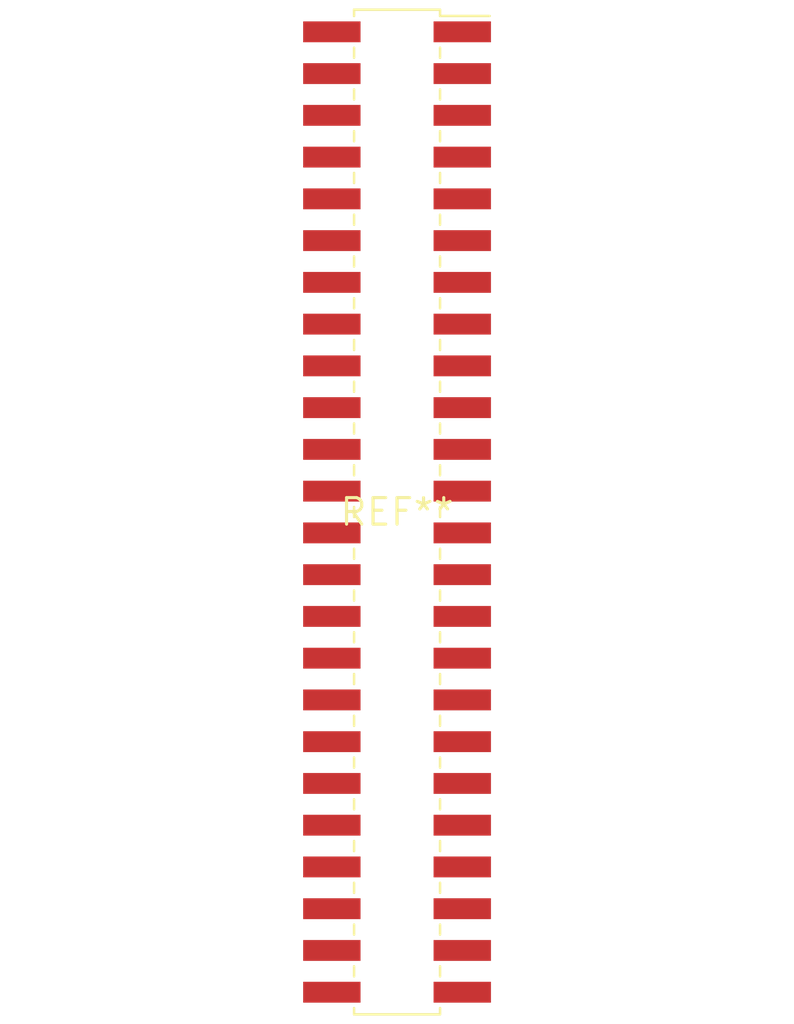
<source format=kicad_pcb>
(kicad_pcb (version 20240108) (generator pcbnew)
  (layers (0 "F.Cu" signal) (31 "B.Cu" signal) (34 "B.Paste" user) (35 "F.Paste" user) (36 "B.SilkS" user "B.Silkscreen") (37 "F.SilkS" user "F.Silkscreen") (38 "B.Mask" user) (39 "F.Mask" user) (44 "Edge.Cuts" user))
  (net 0 "")
  (footprint "PinSocket_2x24_P2.00mm_Vertical_SMD" (layer "F.Cu") (at 0 0)
    (property "Reference" "REF**")
    (property "Value" "PinSocket_2x24_P2.00mm_Vertical_SMD")
    (fp_line (start -2.06 -24.06) (end -2.06 -23.76) (layer "F.SilkS") (stroke (width 0.12)))
    (fp_line (start -2.06 -24.06) (end 2.06 -24.06) (layer "F.SilkS") (stroke (width 0.12)))
    (fp_line (start -2.06 -22.24) (end -2.06 -21.76) (layer "F.SilkS") (stroke (width 0.12)))
    (fp_line (start -2.06 -20.24) (end -2.06 -19.76) (layer "F.SilkS") (stroke (width 0.12)))
    (fp_line (start -2.06 -18.24) (end -2.06 -17.76) (layer "F.SilkS") (stroke (width 0.12)))
    (fp_line (start -2.06 -16.24) (end -2.06 -15.76) (layer "F.SilkS") (stroke (width 0.12)))
    (fp_line (start -2.06 -14.24) (end -2.06 -13.76) (layer "F.SilkS") (stroke (width 0.12)))
    (fp_line (start -2.06 -12.24) (end -2.06 -11.76) (layer "F.SilkS") (stroke (width 0.12)))
    (fp_line (start -2.06 -10.24) (end -2.06 -9.76) (layer "F.SilkS") (stroke (width 0.12)))
    (fp_line (start -2.06 -8.24) (end -2.06 -7.76) (layer "F.SilkS") (stroke (width 0.12)))
    (fp_line (start -2.06 -6.24) (end -2.06 -5.76) (layer "F.SilkS") (stroke (width 0.12)))
    (fp_line (start -2.06 -4.24) (end -2.06 -3.76) (layer "F.SilkS") (stroke (width 0.12)))
    (fp_line (start -2.06 -2.24) (end -2.06 -1.76) (layer "F.SilkS") (stroke (width 0.12)))
    (fp_line (start -2.06 -0.24) (end -2.06 0.24) (layer "F.SilkS") (stroke (width 0.12)))
    (fp_line (start -2.06 1.76) (end -2.06 2.24) (layer "F.SilkS") (stroke (width 0.12)))
    (fp_line (start -2.06 3.76) (end -2.06 4.24) (layer "F.SilkS") (stroke (width 0.12)))
    (fp_line (start -2.06 5.76) (end -2.06 6.24) (layer "F.SilkS") (stroke (width 0.12)))
    (fp_line (start -2.06 7.76) (end -2.06 8.24) (layer "F.SilkS") (stroke (width 0.12)))
    (fp_line (start -2.06 9.76) (end -2.06 10.24) (layer "F.SilkS") (stroke (width 0.12)))
    (fp_line (start -2.06 11.76) (end -2.06 12.24) (layer "F.SilkS") (stroke (width 0.12)))
    (fp_line (start -2.06 13.76) (end -2.06 14.24) (layer "F.SilkS") (stroke (width 0.12)))
    (fp_line (start -2.06 15.76) (end -2.06 16.24) (layer "F.SilkS") (stroke (width 0.12)))
    (fp_line (start -2.06 17.76) (end -2.06 18.24) (layer "F.SilkS") (stroke (width 0.12)))
    (fp_line (start -2.06 19.76) (end -2.06 20.24) (layer "F.SilkS") (stroke (width 0.12)))
    (fp_line (start -2.06 21.76) (end -2.06 22.24) (layer "F.SilkS") (stroke (width 0.12)))
    (fp_line (start -2.06 23.76) (end -2.06 24.06) (layer "F.SilkS") (stroke (width 0.12)))
    (fp_line (start -2.06 24.06) (end 2.06 24.06) (layer "F.SilkS") (stroke (width 0.12)))
    (fp_line (start 2.06 -24.06) (end 2.06 -23.76) (layer "F.SilkS") (stroke (width 0.12)))
    (fp_line (start 2.06 -23.76) (end 4.44 -23.76) (layer "F.SilkS") (stroke (width 0.12)))
    (fp_line (start 2.06 -22.24) (end 2.06 -21.76) (layer "F.SilkS") (stroke (width 0.12)))
    (fp_line (start 2.06 -20.24) (end 2.06 -19.76) (layer "F.SilkS") (stroke (width 0.12)))
    (fp_line (start 2.06 -18.24) (end 2.06 -17.76) (layer "F.SilkS") (stroke (width 0.12)))
    (fp_line (start 2.06 -16.24) (end 2.06 -15.76) (layer "F.SilkS") (stroke (width 0.12)))
    (fp_line (start 2.06 -14.24) (end 2.06 -13.76) (layer "F.SilkS") (stroke (width 0.12)))
    (fp_line (start 2.06 -12.24) (end 2.06 -11.76) (layer "F.SilkS") (stroke (width 0.12)))
    (fp_line (start 2.06 -10.24) (end 2.06 -9.76) (layer "F.SilkS") (stroke (width 0.12)))
    (fp_line (start 2.06 -8.24) (end 2.06 -7.76) (layer "F.SilkS") (stroke (width 0.12)))
    (fp_line (start 2.06 -6.24) (end 2.06 -5.76) (layer "F.SilkS") (stroke (width 0.12)))
    (fp_line (start 2.06 -4.24) (end 2.06 -3.76) (layer "F.SilkS") (stroke (width 0.12)))
    (fp_line (start 2.06 -2.24) (end 2.06 -1.76) (layer "F.SilkS") (stroke (width 0.12)))
    (fp_line (start 2.06 -0.24) (end 2.06 0.24) (layer "F.SilkS") (stroke (width 0.12)))
    (fp_line (start 2.06 1.76) (end 2.06 2.24) (layer "F.SilkS") (stroke (width 0.12)))
    (fp_line (start 2.06 3.76) (end 2.06 4.24) (layer "F.SilkS") (stroke (width 0.12)))
    (fp_line (start 2.06 5.76) (end 2.06 6.24) (layer "F.SilkS") (stroke (width 0.12)))
    (fp_line (start 2.06 7.76) (end 2.06 8.24) (layer "F.SilkS") (stroke (width 0.12)))
    (fp_line (start 2.06 9.76) (end 2.06 10.24) (layer "F.SilkS") (stroke (width 0.12)))
    (fp_line (start 2.06 11.76) (end 2.06 12.24) (layer "F.SilkS") (stroke (width 0.12)))
    (fp_line (start 2.06 13.76) (end 2.06 14.24) (layer "F.SilkS") (stroke (width 0.12)))
    (fp_line (start 2.06 15.76) (end 2.06 16.24) (layer "F.SilkS") (stroke (width 0.12)))
    (fp_line (start 2.06 17.76) (end 2.06 18.24) (layer "F.SilkS") (stroke (width 0.12)))
    (fp_line (start 2.06 19.76) (end 2.06 20.24) (layer "F.SilkS") (stroke (width 0.12)))
    (fp_line (start 2.06 21.76) (end 2.06 22.24) (layer "F.SilkS") (stroke (width 0.12)))
    (fp_line (start 2.06 23.76) (end 2.06 24.06) (layer "F.SilkS") (stroke (width 0.12)))
    (pad "1" smd rect (at 3.125 -23) (size 2.75 1) (layers "F.Cu" "F.Paste" "F.Mask"))
    (pad "2" smd rect (at -3.125 -23) (size 2.75 1) (layers "F.Cu" "F.Paste" "F.Mask"))
    (pad "3" smd rect (at 3.125 -21) (size 2.75 1) (layers "F.Cu" "F.Paste" "F.Mask"))
    (pad "4" smd rect (at -3.125 -21) (size 2.75 1) (layers "F.Cu" "F.Paste" "F.Mask"))
    (pad "5" smd rect (at 3.125 -19) (size 2.75 1) (layers "F.Cu" "F.Paste" "F.Mask"))
    (pad "6" smd rect (at -3.125 -19) (size 2.75 1) (layers "F.Cu" "F.Paste" "F.Mask"))
    (pad "7" smd rect (at 3.125 -17) (size 2.75 1) (layers "F.Cu" "F.Paste" "F.Mask"))
    (pad "8" smd rect (at -3.125 -17) (size 2.75 1) (layers "F.Cu" "F.Paste" "F.Mask"))
    (pad "9" smd rect (at 3.125 -15) (size 2.75 1) (layers "F.Cu" "F.Paste" "F.Mask"))
    (pad "10" smd rect (at -3.125 -15) (size 2.75 1) (layers "F.Cu" "F.Paste" "F.Mask"))
    (pad "11" smd rect (at 3.125 -13) (size 2.75 1) (layers "F.Cu" "F.Paste" "F.Mask"))
    (pad "12" smd rect (at -3.125 -13) (size 2.75 1) (layers "F.Cu" "F.Paste" "F.Mask"))
    (pad "13" smd rect (at 3.125 -11) (size 2.75 1) (layers "F.Cu" "F.Paste" "F.Mask"))
    (pad "14" smd rect (at -3.125 -11) (size 2.75 1) (layers "F.Cu" "F.Paste" "F.Mask"))
    (pad "15" smd rect (at 3.125 -9) (size 2.75 1) (layers "F.Cu" "F.Paste" "F.Mask"))
    (pad "16" smd rect (at -3.125 -9) (size 2.75 1) (layers "F.Cu" "F.Paste" "F.Mask"))
    (pad "17" smd rect (at 3.125 -7) (size 2.75 1) (layers "F.Cu" "F.Paste" "F.Mask"))
    (pad "18" smd rect (at -3.125 -7) (size 2.75 1) (layers "F.Cu" "F.Paste" "F.Mask"))
    (pad "19" smd rect (at 3.125 -5) (size 2.75 1) (layers "F.Cu" "F.Paste" "F.Mask"))
    (pad "20" smd rect (at -3.125 -5) (size 2.75 1) (layers "F.Cu" "F.Paste" "F.Mask"))
    (pad "21" smd rect (at 3.125 -3) (size 2.75 1) (layers "F.Cu" "F.Paste" "F.Mask"))
    (pad "22" smd rect (at -3.125 -3) (size 2.75 1) (layers "F.Cu" "F.Paste" "F.Mask"))
    (pad "23" smd rect (at 3.125 -1) (size 2.75 1) (layers "F.Cu" "F.Paste" "F.Mask"))
    (pad "24" smd rect (at -3.125 -1) (size 2.75 1) (layers "F.Cu" "F.Paste" "F.Mask"))
    (pad "25" smd rect (at 3.125 1) (size 2.75 1) (layers "F.Cu" "F.Paste" "F.Mask"))
    (pad "26" smd rect (at -3.125 1) (size 2.75 1) (layers "F.Cu" "F.Paste" "F.Mask"))
    (pad "27" smd rect (at 3.125 3) (size 2.75 1) (layers "F.Cu" "F.Paste" "F.Mask"))
    (pad "28" smd rect (at -3.125 3) (size 2.75 1) (layers "F.Cu" "F.Paste" "F.Mask"))
    (pad "29" smd rect (at 3.125 5) (size 2.75 1) (layers "F.Cu" "F.Paste" "F.Mask"))
    (pad "30" smd rect (at -3.125 5) (size 2.75 1) (layers "F.Cu" "F.Paste" "F.Mask"))
    (pad "31" smd rect (at 3.125 7) (size 2.75 1) (layers "F.Cu" "F.Paste" "F.Mask"))
    (pad "32" smd rect (at -3.125 7) (size 2.75 1) (layers "F.Cu" "F.Paste" "F.Mask"))
    (pad "33" smd rect (at 3.125 9) (size 2.75 1) (layers "F.Cu" "F.Paste" "F.Mask"))
    (pad "34" smd rect (at -3.125 9) (size 2.75 1) (layers "F.Cu" "F.Paste" "F.Mask"))
    (pad "35" smd rect (at 3.125 11) (size 2.75 1) (layers "F.Cu" "F.Paste" "F.Mask"))
    (pad "36" smd rect (at -3.125 11) (size 2.75 1) (layers "F.Cu" "F.Paste" "F.Mask"))
    (pad "37" smd rect (at 3.125 13) (size 2.75 1) (layers "F.Cu" "F.Paste" "F.Mask"))
    (pad "38" smd rect (at -3.125 13) (size 2.75 1) (layers "F.Cu" "F.Paste" "F.Mask"))
    (pad "39" smd rect (at 3.125 15) (size 2.75 1) (layers "F.Cu" "F.Paste" "F.Mask"))
    (pad "40" smd rect (at -3.125 15) (size 2.75 1) (layers "F.Cu" "F.Paste" "F.Mask"))
    (pad "41" smd rect (at 3.125 17) (size 2.75 1) (layers "F.Cu" "F.Paste" "F.Mask"))
    (pad "42" smd rect (at -3.125 17) (size 2.75 1) (layers "F.Cu" "F.Paste" "F.Mask"))
    (pad "43" smd rect (at 3.125 19) (size 2.75 1) (layers "F.Cu" "F.Paste" "F.Mask"))
    (pad "44" smd rect (at -3.125 19) (size 2.75 1) (layers "F.Cu" "F.Paste" "F.Mask"))
    (pad "45" smd rect (at 3.125 21) (size 2.75 1) (layers "F.Cu" "F.Paste" "F.Mask"))
    (pad "46" smd rect (at -3.125 21) (size 2.75 1) (layers "F.Cu" "F.Paste" "F.Mask"))
    (pad "47" smd rect (at 3.125 23) (size 2.75 1) (layers "F.Cu" "F.Paste" "F.Mask"))
    (pad "48" smd rect (at -3.125 23) (size 2.75 1) (layers "F.Cu" "F.Paste" "F.Mask"))
  )
)
</source>
